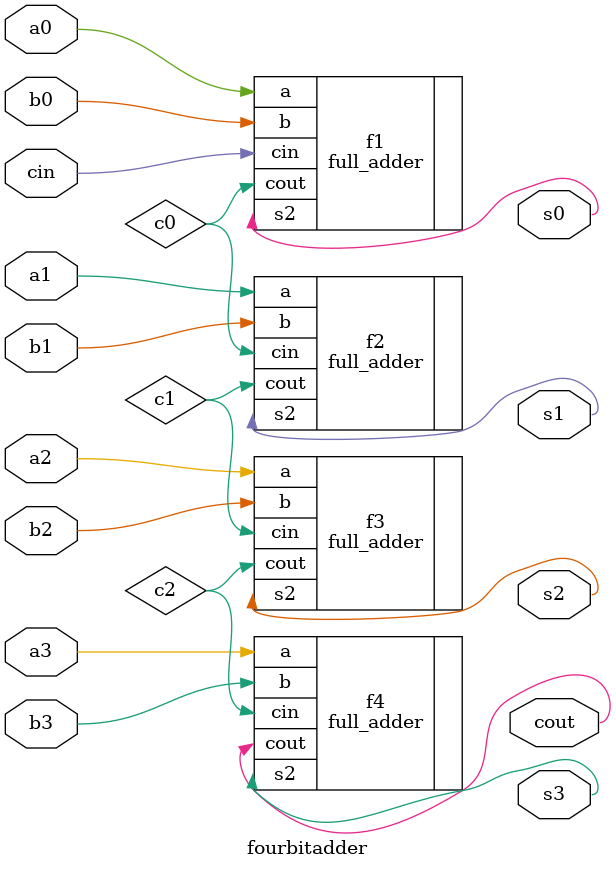
<source format=sv>
`timescale 1ns / 1ps

module fourbitadder(
    input logic a0,b0,a1,b1,a2,b2,a3,b3,cin,
    output logic s0,s1,s2,s3,cout

    );
    
    logic c0,c1,c2;
    
    full_adder f1(.s2(s0),.cout(c0),.a(a0),.b(b0),.cin(cin));
    full_adder f2(.s2(s1),.cout(c1),.a(a1),.b(b1),.cin(c0));
    full_adder f3(.s2(s2),.cout(c2),.a(a2),.b(b2),.cin(c1));
    full_adder f4(.s2(s3),.cout(cout),.a(a3),.b(b3),.cin(c2));
    
    
endmodule

</source>
